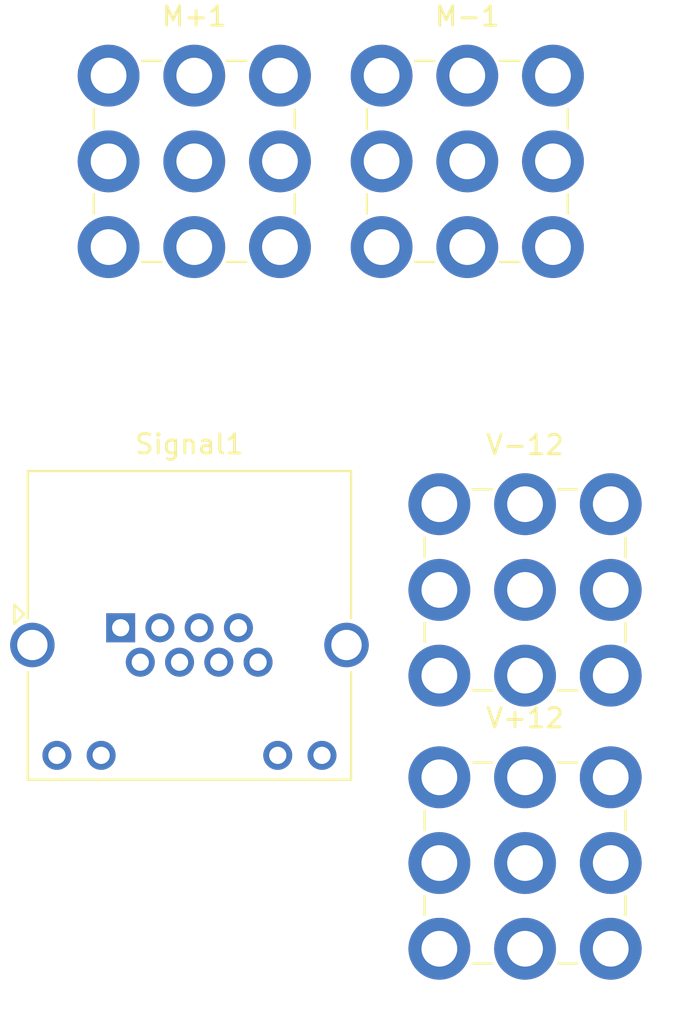
<source format=kicad_pcb>
(kicad_pcb (version 20211014) (generator pcbnew)
  (layers (0 "F.Cu" signal) (31 "B.Cu" signal) (34 "B.Paste" user) (35 "F.Paste" user) (36 "B.SilkS" user "B.Silkscreen") (37 "F.SilkS" user "F.Silkscreen") (38 "B.Mask" user) (39 "F.Mask" user) (44 "Edge.Cuts" user))
  (net 0 "")
  (footprint "TerminalBlock_Wuerth:Wuerth_REDCUBE-THR_WP-THRBU_74650195_THR" (layer "F.Cu") (at 105.57 66.04)
    (fp_text reference "M-1" (at 0 -7.5) (layer "F.SilkS"))
    (fp_text value "Screw_Terminal_01x01")
    (fp_line (start -5.2 1.7) (end -5.2 2.7) (layer "F.SilkS") (width 0.12))
    (fp_line (start 1.7 -5.2) (end 2.7 -5.2) (layer "F.SilkS") (width 0.12))
    (fp_line (start 5.2 2.7) (end 5.2 1.7) (layer "F.SilkS") (width 0.12))
    (fp_line (start -5.2 -2.7) (end -5.2 -1.7) (layer "F.SilkS") (width 0.12))
    (fp_line (start -2.7 5.2) (end -1.7 5.2) (layer "F.SilkS") (width 0.12))
    (fp_line (start 5.2 -1.7) (end 5.2 -2.7) (layer "F.SilkS") (width 0.12))
    (fp_line (start -2.7 -5.2) (end -1.7 -5.2) (layer "F.SilkS") (width 0.12))
    (fp_line (start 1.7 5.2) (end 2.7 5.2) (layer "F.SilkS") (width 0.12))
    (pad "1" thru_hole circle locked (at -4.435 -4.435) (size 3.2 3.2) (drill 1.85) (layers *.Cu *.Mask))
    (pad "1" thru_hole circle locked (at 0 0) (size 3.2 3.2) (drill 1.85) (layers *.Cu *.Mask))
    (pad "1" thru_hole circle locked (at -4.435 4.435) (size 3.2 3.2) (drill 1.85) (layers *.Cu *.Mask))
    (pad "1" thru_hole circle locked (at -4.435 0) (size 3.2 3.2) (drill 1.85) (layers *.Cu *.Mask))
    (pad "1" thru_hole circle locked (at 4.435 -4.435) (size 3.2 3.2) (drill 1.85) (layers *.Cu *.Mask))
    (pad "1" thru_hole circle locked (at 0 4.435) (size 3.2 3.2) (drill 1.85) (layers *.Cu *.Mask))
    (pad "1" thru_hole circle locked (at 4.435 4.435) (size 3.2 3.2) (drill 1.85) (layers *.Cu *.Mask))
    (pad "1" thru_hole circle locked (at 0 -4.435) (size 3.2 3.2) (drill 1.85) (layers *.Cu *.Mask))
    (pad "1" thru_hole circle locked (at 4.435 0) (size 3.2 3.2) (drill 1.85) (layers *.Cu *.Mask))
  )
  (footprint "TerminalBlock_Wuerth:Wuerth_REDCUBE-THR_WP-THRBU_74650195_THR" (layer "F.Cu") (at 108.56 88.21)
    (fp_text reference "V-12" (at 0 -7.5) (layer "F.SilkS"))
    (fp_text value "Screw_Terminal_01x01")
    (fp_line (start -5.2 -2.7) (end -5.2 -1.7) (layer "F.SilkS") (width 0.12))
    (fp_line (start 5.2 2.7) (end 5.2 1.7) (layer "F.SilkS") (width 0.12))
    (fp_line (start 5.2 -1.7) (end 5.2 -2.7) (layer "F.SilkS") (width 0.12))
    (fp_line (start 1.7 5.2) (end 2.7 5.2) (layer "F.SilkS") (width 0.12))
    (fp_line (start -2.7 -5.2) (end -1.7 -5.2) (layer "F.SilkS") (width 0.12))
    (fp_line (start 1.7 -5.2) (end 2.7 -5.2) (layer "F.SilkS") (width 0.12))
    (fp_line (start -5.2 1.7) (end -5.2 2.7) (layer "F.SilkS") (width 0.12))
    (fp_line (start -2.7 5.2) (end -1.7 5.2) (layer "F.SilkS") (width 0.12))
    (pad "1" thru_hole circle locked (at 4.435 -4.435) (size 3.2 3.2) (drill 1.85) (layers *.Cu *.Mask))
    (pad "1" thru_hole circle locked (at -4.435 -4.435) (size 3.2 3.2) (drill 1.85) (layers *.Cu *.Mask))
    (pad "1" thru_hole circle locked (at 0 4.435) (size 3.2 3.2) (drill 1.85) (layers *.Cu *.Mask))
    (pad "1" thru_hole circle locked (at 4.435 4.435) (size 3.2 3.2) (drill 1.85) (layers *.Cu *.Mask))
    (pad "1" thru_hole circle locked (at -4.435 0) (size 3.2 3.2) (drill 1.85) (layers *.Cu *.Mask))
    (pad "1" thru_hole circle locked (at 4.435 0) (size 3.2 3.2) (drill 1.85) (layers *.Cu *.Mask))
    (pad "1" thru_hole circle locked (at -4.435 4.435) (size 3.2 3.2) (drill 1.85) (layers *.Cu *.Mask))
    (pad "1" thru_hole circle locked (at 0 -4.435) (size 3.2 3.2) (drill 1.85) (layers *.Cu *.Mask))
    (pad "1" thru_hole circle locked (at 0 0) (size 3.2 3.2) (drill 1.85) (layers *.Cu *.Mask))
  )
  (footprint "Connector_RJ:RJ45_Amphenol_RJHSE538X" (layer "F.Cu") (at 87.63 90.17)
    (fp_text reference "Signal1" (at 3.56 -9.5) (layer "F.SilkS"))
    (fp_text value "RJ45")
    (fp_line (start -4.805 -8.11) (end -4.805 -0.5) (layer "F.SilkS") (width 0.12))
    (fp_line (start -4.805 -8.11) (end 11.925 -8.11) (layer "F.SilkS") (width 0.12))
    (fp_line (start -5.5 -0.2) (end -5.5 -1.2) (layer "F.SilkS") (width 0.12))
    (fp_line (start 11.925 7.86) (end 11.925 2.3) (layer "F.SilkS") (width 0.12))
    (fp_line (start -4.805 7.86) (end 11.925 7.86) (layer "F.SilkS") (width 0.12))
    (fp_line (start -4.805 7.86) (end -4.805 2.3) (layer "F.SilkS") (width 0.12))
    (fp_line (start 11.925 -8.11) (end 11.925 -0.5) (layer "F.SilkS") (width 0.12))
    (fp_line (start -5.5 -1.2) (end -5 -0.7) (layer "F.SilkS") (width 0.12))
    (fp_line (start -5 -0.7) (end -5.5 -0.2) (layer "F.SilkS") (width 0.12))
    (pad "" np_thru_hole circle (at -2.79 -2.54) (size 3.25 3.25) (drill 3.25) (layers *.Cu *.Mask))
    (pad "" np_thru_hole circle (at 9.91 -2.54) (size 3.25 3.25) (drill 3.25) (layers *.Cu *.Mask))
    (pad "1" thru_hole rect (at 0 0) (size 1.5 1.5) (drill 0.89) (layers *.Cu *.Mask))
    (pad "2" thru_hole circle (at 1.016 1.78) (size 1.5 1.5) (drill 0.89) (layers *.Cu *.Mask))
    (pad "3" thru_hole circle (at 2.032 0) (size 1.5 1.5) (drill 0.89) (layers *.Cu *.Mask))
    (pad "4" thru_hole circle (at 3.048 1.78) (size 1.5 1.5) (drill 0.89) (layers *.Cu *.Mask))
    (pad "5" thru_hole circle (at 4.064 0) (size 1.5 1.5) (drill 0.89) (layers *.Cu *.Mask))
    (pad "6" thru_hole circle (at 5.08 1.78) (size 1.5 1.5) (drill 0.89) (layers *.Cu *.Mask))
    (pad "7" thru_hole circle (at 6.096 0) (size 1.5 1.5) (drill 0.89) (layers *.Cu *.Mask))
    (pad "8" thru_hole circle (at 7.112 1.78) (size 1.5 1.5) (drill 0.89) (layers *.Cu *.Mask))
    (pad "9" thru_hole circle (at -3.3 6.6) (size 1.5 1.5) (drill 0.89) (layers *.Cu *.Mask))
    (pad "10" thru_hole circle (at -1.01 6.6) (size 1.5 1.5) (drill 0.89) (layers *.Cu *.Mask))
    (pad "11" thru_hole circle (at 8.13 6.6) (size 1.5 1.5) (drill 0.89) (layers *.Cu *.Mask))
    (pad "12" thru_hole circle (at 10.42 6.6) (size 1.5 1.5) (drill 0.89) (layers *.Cu *.Mask))
    (pad "SH" thru_hole circle (at 11.69 0.89) (size 2.3 2.3) (drill 1.57) (layers *.Cu *.Mask))
    (pad "SH" thru_hole circle (at -4.57 0.89) (size 2.3 2.3) (drill 1.57) (layers *.Cu *.Mask))
  )
  (footprint "TerminalBlock_Wuerth:Wuerth_REDCUBE-THR_WP-THRBU_74650195_THR" (layer "F.Cu") (at 108.56 102.34)
    (fp_text reference "V+12" (at 0 -7.5) (layer "F.SilkS"))
    (fp_text value "Screw_Terminal_01x01")
    (fp_line (start -5.2 -2.7) (end -5.2 -1.7) (layer "F.SilkS") (width 0.12))
    (fp_line (start -5.2 1.7) (end -5.2 2.7) (layer "F.SilkS") (width 0.12))
    (fp_line (start -2.7 -5.2) (end -1.7 -5.2) (layer "F.SilkS") (width 0.12))
    (fp_line (start 1.7 5.2) (end 2.7 5.2) (layer "F.SilkS") (width 0.12))
    (fp_line (start 5.2 2.7) (end 5.2 1.7) (layer "F.SilkS") (width 0.12))
    (fp_line (start 1.7 -5.2) (end 2.7 -5.2) (layer "F.SilkS") (width 0.12))
    (fp_line (start 5.2 -1.7) (end 5.2 -2.7) (layer "F.SilkS") (width 0.12))
    (fp_line (start -2.7 5.2) (end -1.7 5.2) (layer "F.SilkS") (width 0.12))
    (pad "1" thru_hole circle locked (at 4.435 -4.435) (size 3.2 3.2) (drill 1.85) (layers *.Cu *.Mask))
    (pad "1" thru_hole circle locked (at -4.435 4.435) (size 3.2 3.2) (drill 1.85) (layers *.Cu *.Mask))
    (pad "1" thru_hole circle locked (at 4.435 0) (size 3.2 3.2) (drill 1.85) (layers *.Cu *.Mask))
    (pad "1" thru_hole circle locked (at -4.435 -4.435) (size 3.2 3.2) (drill 1.85) (layers *.Cu *.Mask))
    (pad "1" thru_hole circle locked (at 0 0) (size 3.2 3.2) (drill 1.85) (layers *.Cu *.Mask))
    (pad "1" thru_hole circle locked (at 0 -4.435) (size 3.2 3.2) (drill 1.85) (layers *.Cu *.Mask))
    (pad "1" thru_hole circle locked (at 4.435 4.435) (size 3.2 3.2) (drill 1.85) (layers *.Cu *.Mask))
    (pad "1" thru_hole circle locked (at -4.435 0) (size 3.2 3.2) (drill 1.85) (layers *.Cu *.Mask))
    (pad "1" thru_hole circle locked (at 0 4.435) (size 3.2 3.2) (drill 1.85) (layers *.Cu *.Mask))
  )
  (footprint "TerminalBlock_Wuerth:Wuerth_REDCUBE-THR_WP-THRBU_74650195_THR" (layer "F.Cu") (at 91.44 66.04)
    (fp_text reference "M+1" (at 0 -7.5) (layer "F.SilkS"))
    (fp_text value "Screw_Terminal_01x01")
    (fp_line (start -5.2 -2.7) (end -5.2 -1.7) (layer "F.SilkS") (width 0.12))
    (fp_line (start 1.7 5.2) (end 2.7 5.2) (layer "F.SilkS") (width 0.12))
    (fp_line (start -2.7 5.2) (end -1.7 5.2) (layer "F.SilkS") (width 0.12))
    (fp_line (start 5.2 -1.7) (end 5.2 -2.7) (layer "F.SilkS") (width 0.12))
    (fp_line (start -5.2 1.7) (end -5.2 2.7) (layer "F.SilkS") (width 0.12))
    (fp_line (start -2.7 -5.2) (end -1.7 -5.2) (layer "F.SilkS") (width 0.12))
    (fp_line (start 1.7 -5.2) (end 2.7 -5.2) (layer "F.SilkS") (width 0.12))
    (fp_line (start 5.2 2.7) (end 5.2 1.7) (layer "F.SilkS") (width 0.12))
    (pad "1" thru_hole circle locked (at 0 4.435) (size 3.2 3.2) (drill 1.85) (layers *.Cu *.Mask))
    (pad "1" thru_hole circle locked (at 4.435 0) (size 3.2 3.2) (drill 1.85) (layers *.Cu *.Mask))
    (pad "1" thru_hole circle locked (at -4.435 -4.435) (size 3.2 3.2) (drill 1.85) (layers *.Cu *.Mask))
    (pad "1" thru_hole circle locked (at 0 -4.435) (size 3.2 3.2) (drill 1.85) (layers *.Cu *.Mask))
    (pad "1" thru_hole circle locked (at -4.435 4.435) (size 3.2 3.2) (drill 1.85) (layers *.Cu *.Mask))
    (pad "1" thru_hole circle locked (at 4.435 -4.435) (size 3.2 3.2) (drill 1.85) (layers *.Cu *.Mask))
    (pad "1" thru_hole circle locked (at -4.435 0) (size 3.2 3.2) (drill 1.85) (layers *.Cu *.Mask))
    (pad "1" thru_hole circle locked (at 4.435 4.435) (size 3.2 3.2) (drill 1.85) (layers *.Cu *.Mask))
    (pad "1" thru_hole circle locked (at 0 0) (size 3.2 3.2) (drill 1.85) (layers *.Cu *.Mask))
  )
)
</source>
